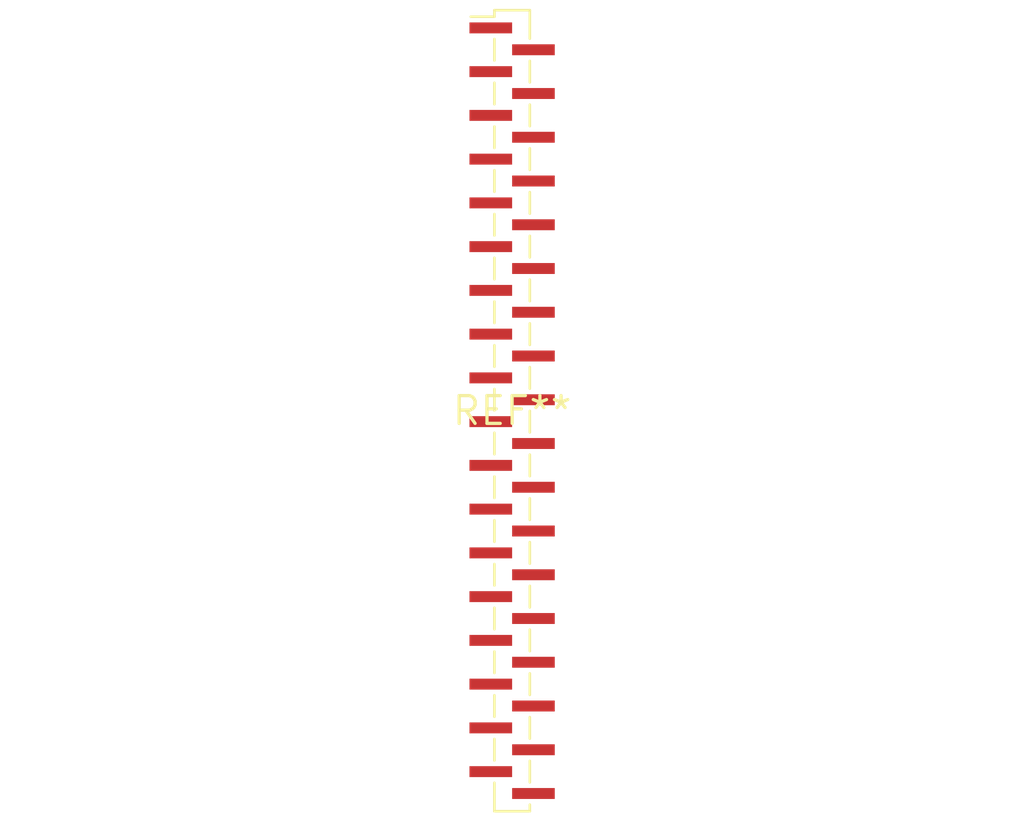
<source format=kicad_pcb>
(kicad_pcb (version 20240108) (generator pcbnew)
  (layers (0 "F.Cu" signal) (31 "B.Cu" signal) (34 "B.Paste" user) (35 "F.Paste" user) (36 "B.SilkS" user "B.Silkscreen") (37 "F.SilkS" user "F.Silkscreen") (38 "B.Mask" user) (39 "F.Mask" user) (44 "Edge.Cuts" user))
  (net 0 "")
  (footprint "PinSocket_1x36_P1.00mm_Vertical_SMD_Pin1Left" (layer "F.Cu") (at 0 0)
    (property "Reference" "REF**")
    (property "Value" "PinSocket_1x36_P1.00mm_Vertical_SMD_Pin1Left")
    (fp_line (start -1.89 -18.01) (end -0.81 -18.01) (layer "F.SilkS") (stroke (width 0.12)))
    (fp_line (start -0.81 -18.31) (end -0.81 -18.01) (layer "F.SilkS") (stroke (width 0.12)))
    (fp_line (start -0.81 -18.31) (end 0.81 -18.31) (layer "F.SilkS") (stroke (width 0.12)))
    (fp_line (start -0.81 -16.99) (end -0.81 -16.01) (layer "F.SilkS") (stroke (width 0.12)))
    (fp_line (start -0.81 -14.99) (end -0.81 -14.01) (layer "F.SilkS") (stroke (width 0.12)))
    (fp_line (start -0.81 -12.99) (end -0.81 -12.01) (layer "F.SilkS") (stroke (width 0.12)))
    (fp_line (start -0.81 -10.99) (end -0.81 -10.01) (layer "F.SilkS") (stroke (width 0.12)))
    (fp_line (start -0.81 -8.99) (end -0.81 -8.01) (layer "F.SilkS") (stroke (width 0.12)))
    (fp_line (start -0.81 -6.99) (end -0.81 -6.01) (layer "F.SilkS") (stroke (width 0.12)))
    (fp_line (start -0.81 -4.99) (end -0.81 -4.01) (layer "F.SilkS") (stroke (width 0.12)))
    (fp_line (start -0.81 -2.99) (end -0.81 -2.01) (layer "F.SilkS") (stroke (width 0.12)))
    (fp_line (start -0.81 -0.99) (end -0.81 -0.01) (layer "F.SilkS") (stroke (width 0.12)))
    (fp_line (start -0.81 1.01) (end -0.81 1.99) (layer "F.SilkS") (stroke (width 0.12)))
    (fp_line (start -0.81 3.01) (end -0.81 3.99) (layer "F.SilkS") (stroke (width 0.12)))
    (fp_line (start -0.81 5.01) (end -0.81 5.99) (layer "F.SilkS") (stroke (width 0.12)))
    (fp_line (start -0.81 7.01) (end -0.81 7.99) (layer "F.SilkS") (stroke (width 0.12)))
    (fp_line (start -0.81 9.01) (end -0.81 9.99) (layer "F.SilkS") (stroke (width 0.12)))
    (fp_line (start -0.81 11.01) (end -0.81 11.99) (layer "F.SilkS") (stroke (width 0.12)))
    (fp_line (start -0.81 13.01) (end -0.81 13.99) (layer "F.SilkS") (stroke (width 0.12)))
    (fp_line (start -0.81 15.01) (end -0.81 15.99) (layer "F.SilkS") (stroke (width 0.12)))
    (fp_line (start -0.81 17.01) (end -0.81 18.31) (layer "F.SilkS") (stroke (width 0.12)))
    (fp_line (start -0.81 18.31) (end 0.81 18.31) (layer "F.SilkS") (stroke (width 0.12)))
    (fp_line (start 0.81 -18.31) (end 0.81 -17.01) (layer "F.SilkS") (stroke (width 0.12)))
    (fp_line (start 0.81 -15.99) (end 0.81 -15.01) (layer "F.SilkS") (stroke (width 0.12)))
    (fp_line (start 0.81 -13.99) (end 0.81 -13.01) (layer "F.SilkS") (stroke (width 0.12)))
    (fp_line (start 0.81 -11.99) (end 0.81 -11.01) (layer "F.SilkS") (stroke (width 0.12)))
    (fp_line (start 0.81 -9.99) (end 0.81 -9.01) (layer "F.SilkS") (stroke (width 0.12)))
    (fp_line (start 0.81 -7.99) (end 0.81 -7.01) (layer "F.SilkS") (stroke (width 0.12)))
    (fp_line (start 0.81 -5.99) (end 0.81 -5.01) (layer "F.SilkS") (stroke (width 0.12)))
    (fp_line (start 0.81 -3.99) (end 0.81 -3.01) (layer "F.SilkS") (stroke (width 0.12)))
    (fp_line (start 0.81 -1.99) (end 0.81 -1.01) (layer "F.SilkS") (stroke (width 0.12)))
    (fp_line (start 0.81 0.01) (end 0.81 0.99) (layer "F.SilkS") (stroke (width 0.12)))
    (fp_line (start 0.81 2.01) (end 0.81 2.99) (layer "F.SilkS") (stroke (width 0.12)))
    (fp_line (start 0.81 4.01) (end 0.81 4.99) (layer "F.SilkS") (stroke (width 0.12)))
    (fp_line (start 0.81 6.01) (end 0.81 6.99) (layer "F.SilkS") (stroke (width 0.12)))
    (fp_line (start 0.81 8.01) (end 0.81 8.99) (layer "F.SilkS") (stroke (width 0.12)))
    (fp_line (start 0.81 10.01) (end 0.81 10.99) (layer "F.SilkS") (stroke (width 0.12)))
    (fp_line (start 0.81 12.01) (end 0.81 12.99) (layer "F.SilkS") (stroke (width 0.12)))
    (fp_line (start 0.81 14.01) (end 0.81 14.99) (layer "F.SilkS") (stroke (width 0.12)))
    (fp_line (start 0.81 16.01) (end 0.81 16.99) (layer "F.SilkS") (stroke (width 0.12)))
    (fp_line (start 0.81 18.01) (end 0.81 18.31) (layer "F.SilkS") (stroke (width 0.12)))
    (pad "1" smd rect (at -0.975 -17.5) (size 1.95 0.5) (layers "F.Cu" "F.Paste" "F.Mask"))
    (pad "2" smd rect (at 0.975 -16.5) (size 1.95 0.5) (layers "F.Cu" "F.Paste" "F.Mask"))
    (pad "3" smd rect (at -0.975 -15.5) (size 1.95 0.5) (layers "F.Cu" "F.Paste" "F.Mask"))
    (pad "4" smd rect (at 0.975 -14.5) (size 1.95 0.5) (layers "F.Cu" "F.Paste" "F.Mask"))
    (pad "5" smd rect (at -0.975 -13.5) (size 1.95 0.5) (layers "F.Cu" "F.Paste" "F.Mask"))
    (pad "6" smd rect (at 0.975 -12.5) (size 1.95 0.5) (layers "F.Cu" "F.Paste" "F.Mask"))
    (pad "7" smd rect (at -0.975 -11.5) (size 1.95 0.5) (layers "F.Cu" "F.Paste" "F.Mask"))
    (pad "8" smd rect (at 0.975 -10.5) (size 1.95 0.5) (layers "F.Cu" "F.Paste" "F.Mask"))
    (pad "9" smd rect (at -0.975 -9.5) (size 1.95 0.5) (layers "F.Cu" "F.Paste" "F.Mask"))
    (pad "10" smd rect (at 0.975 -8.5) (size 1.95 0.5) (layers "F.Cu" "F.Paste" "F.Mask"))
    (pad "11" smd rect (at -0.975 -7.5) (size 1.95 0.5) (layers "F.Cu" "F.Paste" "F.Mask"))
    (pad "12" smd rect (at 0.975 -6.5) (size 1.95 0.5) (layers "F.Cu" "F.Paste" "F.Mask"))
    (pad "13" smd rect (at -0.975 -5.5) (size 1.95 0.5) (layers "F.Cu" "F.Paste" "F.Mask"))
    (pad "14" smd rect (at 0.975 -4.5) (size 1.95 0.5) (layers "F.Cu" "F.Paste" "F.Mask"))
    (pad "15" smd rect (at -0.975 -3.5) (size 1.95 0.5) (layers "F.Cu" "F.Paste" "F.Mask"))
    (pad "16" smd rect (at 0.975 -2.5) (size 1.95 0.5) (layers "F.Cu" "F.Paste" "F.Mask"))
    (pad "17" smd rect (at -0.975 -1.5) (size 1.95 0.5) (layers "F.Cu" "F.Paste" "F.Mask"))
    (pad "18" smd rect (at 0.975 -0.5) (size 1.95 0.5) (layers "F.Cu" "F.Paste" "F.Mask"))
    (pad "19" smd rect (at -0.975 0.5) (size 1.95 0.5) (layers "F.Cu" "F.Paste" "F.Mask"))
    (pad "20" smd rect (at 0.975 1.5) (size 1.95 0.5) (layers "F.Cu" "F.Paste" "F.Mask"))
    (pad "21" smd rect (at -0.975 2.5) (size 1.95 0.5) (layers "F.Cu" "F.Paste" "F.Mask"))
    (pad "22" smd rect (at 0.975 3.5) (size 1.95 0.5) (layers "F.Cu" "F.Paste" "F.Mask"))
    (pad "23" smd rect (at -0.975 4.5) (size 1.95 0.5) (layers "F.Cu" "F.Paste" "F.Mask"))
    (pad "24" smd rect (at 0.975 5.5) (size 1.95 0.5) (layers "F.Cu" "F.Paste" "F.Mask"))
    (pad "25" smd rect (at -0.975 6.5) (size 1.95 0.5) (layers "F.Cu" "F.Paste" "F.Mask"))
    (pad "26" smd rect (at 0.975 7.5) (size 1.95 0.5) (layers "F.Cu" "F.Paste" "F.Mask"))
    (pad "27" smd rect (at -0.975 8.5) (size 1.95 0.5) (layers "F.Cu" "F.Paste" "F.Mask"))
    (pad "28" smd rect (at 0.975 9.5) (size 1.95 0.5) (layers "F.Cu" "F.Paste" "F.Mask"))
    (pad "29" smd rect (at -0.975 10.5) (size 1.95 0.5) (layers "F.Cu" "F.Paste" "F.Mask"))
    (pad "30" smd rect (at 0.975 11.5) (size 1.95 0.5) (layers "F.Cu" "F.Paste" "F.Mask"))
    (pad "31" smd rect (at -0.975 12.5) (size 1.95 0.5) (layers "F.Cu" "F.Paste" "F.Mask"))
    (pad "32" smd rect (at 0.975 13.5) (size 1.95 0.5) (layers "F.Cu" "F.Paste" "F.Mask"))
    (pad "33" smd rect (at -0.975 14.5) (size 1.95 0.5) (layers "F.Cu" "F.Paste" "F.Mask"))
    (pad "34" smd rect (at 0.975 15.5) (size 1.95 0.5) (layers "F.Cu" "F.Paste" "F.Mask"))
    (pad "35" smd rect (at -0.975 16.5) (size 1.95 0.5) (layers "F.Cu" "F.Paste" "F.Mask"))
    (pad "36" smd rect (at 0.975 17.5) (size 1.95 0.5) (layers "F.Cu" "F.Paste" "F.Mask"))
  )
)
</source>
